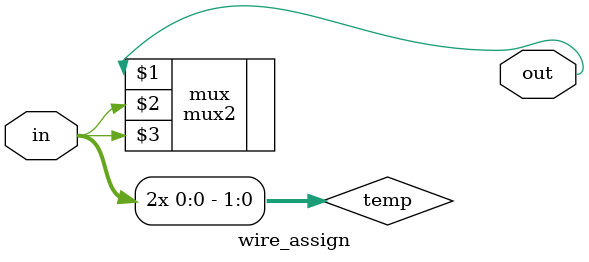
<source format=v>
module wire_assign( input in, output out );
// assign out to in
wire [1:0] temp;
buf b1(temp[0],in);
buf b2(temp[1],temp[0]);
mux2 mux(out,temp[1],temp[0]);
endmodule

</source>
